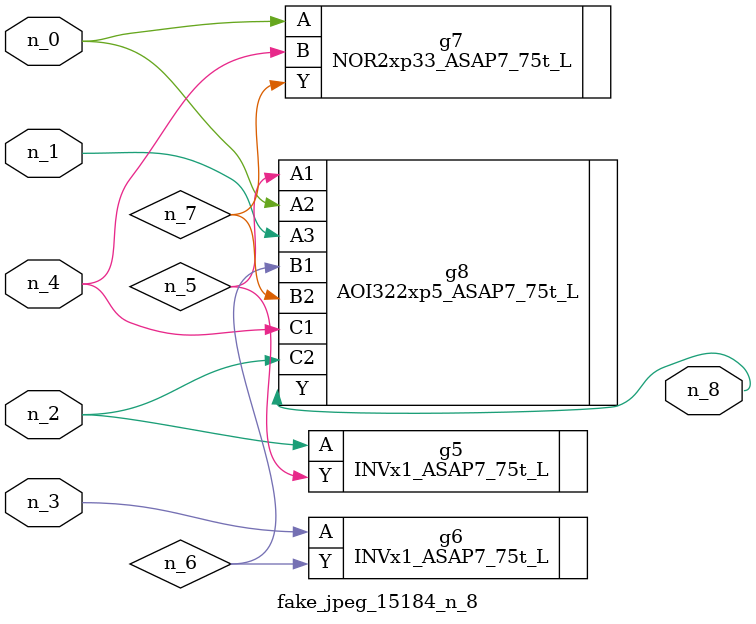
<source format=v>
module fake_jpeg_15184_n_8 (n_3, n_2, n_1, n_0, n_4, n_8);

input n_3;
input n_2;
input n_1;
input n_0;
input n_4;

output n_8;

wire n_6;
wire n_5;
wire n_7;

INVx1_ASAP7_75t_L g5 ( 
.A(n_2),
.Y(n_5)
);

INVx1_ASAP7_75t_L g6 ( 
.A(n_3),
.Y(n_6)
);

NOR2xp33_ASAP7_75t_L g7 ( 
.A(n_0),
.B(n_4),
.Y(n_7)
);

AOI322xp5_ASAP7_75t_L g8 ( 
.A1(n_5),
.A2(n_0),
.A3(n_1),
.B1(n_6),
.B2(n_7),
.C1(n_4),
.C2(n_2),
.Y(n_8)
);


endmodule
</source>
